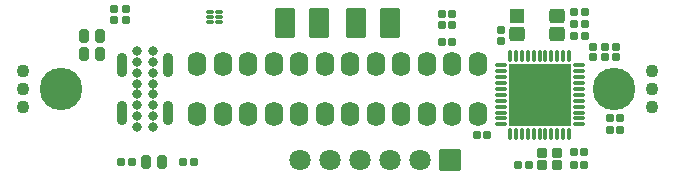
<source format=gbs>
G04*
G04 #@! TF.GenerationSoftware,Altium Limited,Altium Designer,25.5.2 (35)*
G04*
G04 Layer_Color=16711935*
%FSLAX44Y44*%
%MOMM*%
G71*
G04*
G04 #@! TF.SameCoordinates,128D8583-6615-4204-B1AC-86CD56F38C64*
G04*
G04*
G04 #@! TF.FilePolarity,Negative*
G04*
G01*
G75*
%ADD12C,3.6000*%
%ADD13O,1.6000X2.1000*%
%ADD14C,1.1000*%
%ADD15O,0.9000X2.1000*%
%ADD16C,0.8000*%
G04:AMPARAMS|DCode=17|XSize=1.8mm|YSize=1.8mm|CornerRadius=0.1mm|HoleSize=0mm|Usage=FLASHONLY|Rotation=180.000|XOffset=0mm|YOffset=0mm|HoleType=Round|Shape=RoundedRectangle|*
%AMROUNDEDRECTD17*
21,1,1.8000,1.6000,0,0,180.0*
21,1,1.6000,1.8000,0,0,180.0*
1,1,0.2000,-0.8000,0.8000*
1,1,0.2000,0.8000,0.8000*
1,1,0.2000,0.8000,-0.8000*
1,1,0.2000,-0.8000,-0.8000*
%
%ADD17ROUNDEDRECTD17*%
%ADD18C,1.8000*%
%ADD19C,0.7032*%
G04:AMPARAMS|DCode=45|XSize=0.87mm|YSize=1.14mm|CornerRadius=0.165mm|HoleSize=0mm|Usage=FLASHONLY|Rotation=180.000|XOffset=0mm|YOffset=0mm|HoleType=Round|Shape=RoundedRectangle|*
%AMROUNDEDRECTD45*
21,1,0.8700,0.8100,0,0,180.0*
21,1,0.5400,1.1400,0,0,180.0*
1,1,0.3300,-0.2700,0.4050*
1,1,0.3300,0.2700,0.4050*
1,1,0.3300,0.2700,-0.4050*
1,1,0.3300,-0.2700,-0.4050*
%
%ADD45ROUNDEDRECTD45*%
G04:AMPARAMS|DCode=46|XSize=0.7mm|YSize=0.75mm|CornerRadius=0.1438mm|HoleSize=0mm|Usage=FLASHONLY|Rotation=0.000|XOffset=0mm|YOffset=0mm|HoleType=Round|Shape=RoundedRectangle|*
%AMROUNDEDRECTD46*
21,1,0.7000,0.4625,0,0,0.0*
21,1,0.4125,0.7500,0,0,0.0*
1,1,0.2875,0.2063,-0.2313*
1,1,0.2875,-0.2063,-0.2313*
1,1,0.2875,-0.2063,0.2313*
1,1,0.2875,0.2063,0.2313*
%
%ADD46ROUNDEDRECTD46*%
G04:AMPARAMS|DCode=47|XSize=0.7mm|YSize=0.75mm|CornerRadius=0.1438mm|HoleSize=0mm|Usage=FLASHONLY|Rotation=90.000|XOffset=0mm|YOffset=0mm|HoleType=Round|Shape=RoundedRectangle|*
%AMROUNDEDRECTD47*
21,1,0.7000,0.4625,0,0,90.0*
21,1,0.4125,0.7500,0,0,90.0*
1,1,0.2875,0.2313,0.2063*
1,1,0.2875,0.2313,-0.2063*
1,1,0.2875,-0.2313,-0.2063*
1,1,0.2875,-0.2313,0.2063*
%
%ADD47ROUNDEDRECTD47*%
G04:AMPARAMS|DCode=48|XSize=0.35mm|YSize=0.95mm|CornerRadius=0.1mm|HoleSize=0mm|Usage=FLASHONLY|Rotation=180.000|XOffset=0mm|YOffset=0mm|HoleType=Round|Shape=RoundedRectangle|*
%AMROUNDEDRECTD48*
21,1,0.3500,0.7500,0,0,180.0*
21,1,0.1500,0.9500,0,0,180.0*
1,1,0.2000,-0.0750,0.3750*
1,1,0.2000,0.0750,0.3750*
1,1,0.2000,0.0750,-0.3750*
1,1,0.2000,-0.0750,-0.3750*
%
%ADD48ROUNDEDRECTD48*%
G04:AMPARAMS|DCode=49|XSize=0.35mm|YSize=0.95mm|CornerRadius=0.1mm|HoleSize=0mm|Usage=FLASHONLY|Rotation=90.000|XOffset=0mm|YOffset=0mm|HoleType=Round|Shape=RoundedRectangle|*
%AMROUNDEDRECTD49*
21,1,0.3500,0.7500,0,0,90.0*
21,1,0.1500,0.9500,0,0,90.0*
1,1,0.2000,0.3750,0.0750*
1,1,0.2000,0.3750,-0.0750*
1,1,0.2000,-0.3750,-0.0750*
1,1,0.2000,-0.3750,0.0750*
%
%ADD49ROUNDEDRECTD49*%
G04:AMPARAMS|DCode=50|XSize=5.3mm|YSize=5.3mm|CornerRadius=0.1mm|HoleSize=0mm|Usage=FLASHONLY|Rotation=180.000|XOffset=0mm|YOffset=0mm|HoleType=Round|Shape=RoundedRectangle|*
%AMROUNDEDRECTD50*
21,1,5.3000,5.1000,0,0,180.0*
21,1,5.1000,5.3000,0,0,180.0*
1,1,0.2000,-2.5500,2.5500*
1,1,0.2000,2.5500,2.5500*
1,1,0.2000,2.5500,-2.5500*
1,1,0.2000,-2.5500,-2.5500*
%
%ADD50ROUNDEDRECTD50*%
G04:AMPARAMS|DCode=51|XSize=0.3mm|YSize=0.7mm|CornerRadius=0.1mm|HoleSize=0mm|Usage=FLASHONLY|Rotation=270.000|XOffset=0mm|YOffset=0mm|HoleType=Round|Shape=RoundedRectangle|*
%AMROUNDEDRECTD51*
21,1,0.3000,0.5000,0,0,270.0*
21,1,0.1000,0.7000,0,0,270.0*
1,1,0.2000,-0.2500,-0.0500*
1,1,0.2000,-0.2500,0.0500*
1,1,0.2000,0.2500,0.0500*
1,1,0.2000,0.2500,-0.0500*
%
%ADD51ROUNDEDRECTD51*%
G04:AMPARAMS|DCode=52|XSize=0.875mm|YSize=0.775mm|CornerRadius=0.0838mm|HoleSize=0mm|Usage=FLASHONLY|Rotation=0.000|XOffset=0mm|YOffset=0mm|HoleType=Round|Shape=RoundedRectangle|*
%AMROUNDEDRECTD52*
21,1,0.8750,0.6075,0,0,0.0*
21,1,0.7075,0.7750,0,0,0.0*
1,1,0.1675,0.3538,-0.3038*
1,1,0.1675,-0.3538,-0.3038*
1,1,0.1675,-0.3538,0.3038*
1,1,0.1675,0.3538,0.3038*
%
%ADD52ROUNDEDRECTD52*%
G04:AMPARAMS|DCode=53|XSize=1.3mm|YSize=1.2mm|CornerRadius=0.2063mm|HoleSize=0mm|Usage=FLASHONLY|Rotation=0.000|XOffset=0mm|YOffset=0mm|HoleType=Round|Shape=RoundedRectangle|*
%AMROUNDEDRECTD53*
21,1,1.3000,0.7875,0,0,0.0*
21,1,0.8875,1.2000,0,0,0.0*
1,1,0.4125,0.4438,-0.3938*
1,1,0.4125,-0.4438,-0.3938*
1,1,0.4125,-0.4438,0.3938*
1,1,0.4125,0.4438,0.3938*
%
%ADD53ROUNDEDRECTD53*%
G04:AMPARAMS|DCode=54|XSize=1.7mm|YSize=2.5mm|CornerRadius=0.1mm|HoleSize=0mm|Usage=FLASHONLY|Rotation=0.000|XOffset=0mm|YOffset=0mm|HoleType=Round|Shape=RoundedRectangle|*
%AMROUNDEDRECTD54*
21,1,1.7000,2.3000,0,0,0.0*
21,1,1.5000,2.5000,0,0,0.0*
1,1,0.2000,0.7500,-1.1500*
1,1,0.2000,-0.7500,-1.1500*
1,1,0.2000,-0.7500,1.1500*
1,1,0.2000,0.7500,1.1500*
%
%ADD54ROUNDEDRECTD54*%
%ADD55R,1.3000X1.2000*%
D12*
X-234000Y-0D02*
D03*
X234122D02*
D03*
D13*
X-118684Y21463D02*
D03*
X-97094D02*
D03*
X-75504D02*
D03*
X-53914D02*
D03*
X-32324D02*
D03*
X-10734D02*
D03*
X10856D02*
D03*
X32446D02*
D03*
X54036D02*
D03*
X75626D02*
D03*
X97216D02*
D03*
X118806D02*
D03*
X-118684Y-21463D02*
D03*
X-97094D02*
D03*
X-75504D02*
D03*
X-53914D02*
D03*
X-32324D02*
D03*
X-10734D02*
D03*
X10856D02*
D03*
X32446D02*
D03*
X54036D02*
D03*
X75626D02*
D03*
X97216D02*
D03*
X118806D02*
D03*
D14*
X-266000Y15000D02*
D03*
Y-15000D02*
D03*
X266250Y-15000D02*
D03*
Y15000D02*
D03*
X266500Y-0D02*
D03*
X-266500Y0D02*
D03*
D15*
X-182300Y-20000D02*
D03*
Y20000D02*
D03*
X-143700D02*
D03*
Y-20000D02*
D03*
D16*
X-156000Y-32500D02*
D03*
Y-23000D02*
D03*
Y-13500D02*
D03*
Y-4500D02*
D03*
Y4500D02*
D03*
Y13500D02*
D03*
Y23000D02*
D03*
Y32500D02*
D03*
X-170000D02*
D03*
Y23000D02*
D03*
Y13500D02*
D03*
Y4500D02*
D03*
Y-4500D02*
D03*
Y-13500D02*
D03*
Y-23000D02*
D03*
Y-32500D02*
D03*
D17*
X95000Y-59750D02*
D03*
D18*
X-32000D02*
D03*
X69600Y-59750D02*
D03*
X44200Y-59750D02*
D03*
X18800Y-59750D02*
D03*
X-6600Y-59750D02*
D03*
D19*
X171250Y-5000D02*
D03*
D45*
X-200850Y30000D02*
D03*
X-214650D02*
D03*
Y45000D02*
D03*
X-200850D02*
D03*
X-162400Y-61500D02*
D03*
X-148500D02*
D03*
D46*
X209250Y-64750D02*
D03*
X200250D02*
D03*
X153000Y-64750D02*
D03*
X162000D02*
D03*
X118139Y-39125D02*
D03*
X127139D02*
D03*
X209500Y65000D02*
D03*
X200500D02*
D03*
X209500Y45000D02*
D03*
X200500D02*
D03*
X-183000Y-61500D02*
D03*
X-174000D02*
D03*
X209250Y-53500D02*
D03*
X200250D02*
D03*
X239500Y-25000D02*
D03*
X230500D02*
D03*
X-121750Y-61500D02*
D03*
X-130750D02*
D03*
X239500Y-35000D02*
D03*
X230500D02*
D03*
X97250Y53750D02*
D03*
X88250D02*
D03*
Y63750D02*
D03*
X97250D02*
D03*
X200500Y55000D02*
D03*
X209500D02*
D03*
X97250Y39750D02*
D03*
X88250D02*
D03*
D47*
X138750Y49500D02*
D03*
Y40500D02*
D03*
X216250Y35750D02*
D03*
Y26750D02*
D03*
X-189000Y67750D02*
D03*
Y58750D02*
D03*
X-178750D02*
D03*
Y67750D02*
D03*
X236250Y26750D02*
D03*
Y35750D02*
D03*
X226250D02*
D03*
Y26750D02*
D03*
D48*
X146250Y-38000D02*
D03*
X196250Y-38000D02*
D03*
X191250Y-38000D02*
D03*
X171250Y-38000D02*
D03*
X166250Y-38000D02*
D03*
X161250Y-38000D02*
D03*
X156250Y-38000D02*
D03*
X151250D02*
D03*
X156250Y28000D02*
D03*
X161250Y28000D02*
D03*
X166250Y28000D02*
D03*
X171250D02*
D03*
X176250D02*
D03*
X181250Y28000D02*
D03*
X186250Y28000D02*
D03*
X191250Y28000D02*
D03*
X151250D02*
D03*
X181250Y-38000D02*
D03*
X176250Y-38000D02*
D03*
X196250Y28000D02*
D03*
X146250D02*
D03*
X186250Y-38000D02*
D03*
D49*
X204250Y20000D02*
D03*
X204250Y10000D02*
D03*
X204250Y5000D02*
D03*
X204250Y-5000D02*
D03*
X204250Y-15000D02*
D03*
X204250Y-20000D02*
D03*
X204250Y-25000D02*
D03*
Y-30000D02*
D03*
X138250Y-20000D02*
D03*
X138250Y-15000D02*
D03*
X138250Y-10000D02*
D03*
X138250Y-5000D02*
D03*
X138250Y0D02*
D03*
Y5000D02*
D03*
X138250Y10000D02*
D03*
Y15000D02*
D03*
X138250Y20000D02*
D03*
X138250Y-30000D02*
D03*
X204250Y-0D02*
D03*
X138250Y-25000D02*
D03*
X204250Y-10000D02*
D03*
X204250Y15000D02*
D03*
D50*
X171250Y-5000D02*
D03*
D51*
X-99900Y64750D02*
D03*
X-99900Y60750D02*
D03*
X-99900Y56750D02*
D03*
X-108100Y64750D02*
D03*
X-108100Y60750D02*
D03*
X-108100Y56750D02*
D03*
D52*
X185625Y-54630D02*
D03*
X185625Y-64375D02*
D03*
X172880Y-64375D02*
D03*
X172880Y-54630D02*
D03*
D53*
X152500Y46250D02*
D03*
X186000D02*
D03*
Y61750D02*
D03*
D54*
X15750Y56000D02*
D03*
X-44250D02*
D03*
X-15750Y56000D02*
D03*
X44250D02*
D03*
D55*
X152500Y61750D02*
D03*
M02*

</source>
